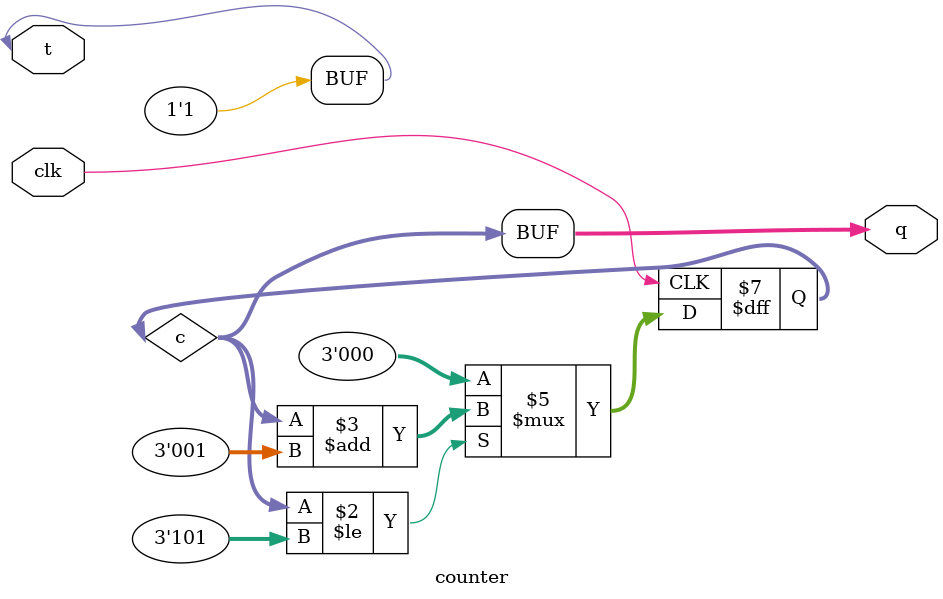
<source format=sv>
module counter(clk,t,q);
  input clk,t;
  output[2:0] q;
  reg [2:0] c; 
  assign t = 1;
    always @(posedge clk)begin
      if(c<=3'b101)begin
          c = c + 3'b1;          
        end
        else begin
          c = 3'b0;
        end       
    end 
    assign q = c;
endmodule


</source>
